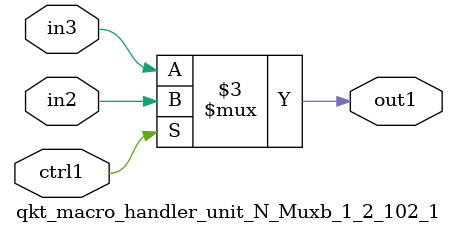
<source format=v>

`timescale 1ps / 1ps


module qkt_macro_handler_unit_N_Muxb_1_2_102_1( in3, in2, ctrl1, out1 );

    input in3;
    input in2;
    input ctrl1;
    output out1;
    reg out1;

    
    // rtl_process:qkt_macro_handler_unit_N_Muxb_1_2_102_1/qkt_macro_handler_unit_N_Muxb_1_2_102_1_thread_1
    always @*
      begin : qkt_macro_handler_unit_N_Muxb_1_2_102_1_thread_1
        case (ctrl1) 
          1'b1: 
            begin
              out1 = in2;
            end
          default: 
            begin
              out1 = in3;
            end
        endcase
      end

endmodule



</source>
